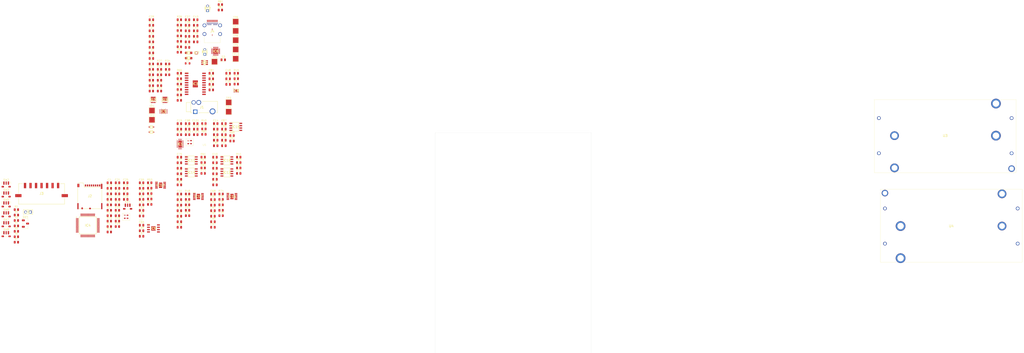
<source format=kicad_pcb>
(kicad_pcb (version 20241229) (generator "pcbnew") (generator_version "9.0")
  (layers (0 "F.Cu" signal) (2 "B.Cu" signal) (13 "F.Paste" user) (15 "B.Paste" user) (5 "F.SilkS" user "F.Silkscreen") (7 "B.SilkS" user "B.Silkscreen") (1 "F.Mask" user) (3 "B.Mask" user) (25 "Edge.Cuts" user))
  (net 0 "")
  (net 1 "GND")
  (net 2 "Net-(IC4-VCAP_1)")
  (net 3 "+5V")
  (net 4 "Net-(C10-Pad2)")
  (net 5 "Net-(C14-Pad2)")
  (net 6 "+3.3VD")
  (net 7 "Net-(IC4-VCAP_2)")
  (net 8 "+3.3VA")
  (net 9 "Net-(C22-Pad2)")
  (net 10 "Net-(C23-Pad2)")
  (net 11 "Net-(C24-Pad2)")
  (net 12 "Net-(C25-Pad2)")
  (net 13 "Net-(IC4-NRST)")
  (net 14 "Net-(IC5-VC2)")
  (net 15 "Net-(IC5-VC1)")
  (net 16 "Net-(IC5-PBI)")
  (net 17 "Net-(Q2-S_1)")
  (net 18 "Net-(C32-Pad1)")
  (net 19 "/POWER/BATTERY/PACK+")
  (net 20 "Net-(C34-Pad2)")
  (net 21 "Net-(IC5-SRP)")
  (net 22 "Net-(IC5-SEN)")
  (net 23 "/POWER/CHARGING/VSYS")
  (net 24 "Net-(IC6-BTST)")
  (net 25 "Net-(IC6-SW_1)")
  (net 26 "Net-(IC6-PMID_1)")
  (net 27 "Net-(IC6-VBUS)")
  (net 28 "+3.3V")
  (net 29 "Net-(IC8-CPOUT)")
  (net 30 "Net-(IC8-C1+)")
  (net 31 "Net-(IC8-C1-)")
  (net 32 "Net-(IC17-SET)")
  (net 33 "Net-(IC17-OUTS)")
  (net 34 "Net-(IC17-PGFB)")
  (net 35 "Net-(IC12-OUTS)")
  (net 36 "Net-(IC12-SET)")
  (net 37 "Net-(IC12-PGFB)")
  (net 38 "Net-(IC9-SS)")
  (net 39 "+3.3VDAC")
  (net 40 "Net-(IC13A--INA)")
  (net 41 "-5V")
  (net 42 "Net-(C71-Pad2)")
  (net 43 "/AUDIO/TIAL/INA")
  (net 44 "Net-(IC10A-OUTA)")
  (net 45 "/AUDIO/TIAL/INB")
  (net 46 "Net-(IC13B-OUTB)")
  (net 47 "/AUDIO/TIAR/INA")
  (net 48 "Net-(IC11A-OUTA)")
  (net 49 "/AUDIO/TIAR/INB")
  (net 50 "Net-(IC14B-OUTB)")
  (net 51 "Net-(C77-Pad2)")
  (net 52 "Net-(C79-Pad2)")
  (net 53 "/AUDIO/AVCC_FILTER/AVCC_R")
  (net 54 "Net-(C87-Pad2)")
  (net 55 "Net-(IC15B-+INB)")
  (net 56 "/AUDIO/AVCC_FILTER/AVCC_L")
  (net 57 "Net-(IC16-OUTS)")
  (net 58 "Net-(IC16-SET)")
  (net 59 "Net-(IC16-PGFB)")
  (net 60 "Net-(IC1-DVDD)")
  (net 61 "Net-(IC1-VCCA_1)")
  (net 62 "Net-(IC1-VCCA_2)")
  (net 63 "Net-(D3-K)")
  (net 64 "Net-(D3-A)")
  (net 65 "Net-(U3-+)")
  (net 68 "/PROCESSING/SCL")
  (net 69 "/PROCESSING/SDA")
  (net 70 "/AUDIO/I2S_CLK")
  (net 72 "/AUDIO/DAC_GPIO1")
  (net 73 "/AUDIO/I2S_WS")
  (net 74 "/AUDIO/DAC_GPIO2")
  (net 75 "/AUDIO/I2S_SD")
  (net 77 "Net-(IC1-XI)")
  (net 78 "/AUDIO/RESETB")
  (net 81 "/POWER/CHARGING/CC1")
  (net 83 "/POWER/CHARGING/DATA_N")
  (net 84 "/POWER/CHARGING/DATA_P")
  (net 85 "/POWER/CHARGING/CC2")
  (net 86 "/AUDIO/AMP_OUT/LIN+")
  (net 87 "/AUDIO/AMP_OUT/RIN-")
  (net 88 "Net-(IC3A-LOUT)")
  (net 89 "/AUDIO/AMP_OUT/LIN-")
  (net 90 "Net-(IC3B-ROUT)")
  (net 91 "/AUDIO/AMP_OUT/RIN+")
  (net 93 "/POWER/INTn2")
  (net 95 "Net-(IC4-PB2)")
  (net 96 "/PROCESSING/RIGHTINPUT")
  (net 101 "/PROCESSING/DAT3")
  (net 103 "/PROCESSING/DAT0")
  (net 108 "/PROCESSING/SWCLK")
  (net 111 "/PROCESSING/DOWNINPUT")
  (net 112 "/PROCESSING/CMD")
  (net 117 "Net-(IC4-BOOT0)")
  (net 120 "/POWER/INTn1")
  (net 121 "/AUDIO/PLUG_DETECT")
  (net 123 "/PROCESSING/UPINPUT")
  (net 126 "Net-(IC4-PH0)")
  (net 128 "/PROCESSING/SD_CLK")
  (net 130 "/PROCESSING/LEFTINPUT")
  (net 134 "/PROCESSING/DAT2")
  (net 135 "/PROCESSING/SWDIO")
  (net 137 "/PROCESSING/DAT1")
  (net 138 "Net-(IC5-DSG)")
  (net 139 "Net-(IC5-TS1)")
  (net 140 "Net-(IC5-SCL)")
  (net 141 "Net-(IC5-SDA)")
  (net 142 "Net-(IC5-CHG)")
  (net 143 "Net-(IC6-ILIM)")
  (net 144 "Net-(IC6-TS)")
  (net 146 "Net-(IC6-~{CE})")
  (net 147 "Net-(IC6-~{PG})")
  (net 148 "Net-(IC7-VBUS_DET)")
  (net 150 "Net-(IC7-PORT)")
  (net 151 "Net-(IC8-VFB)")
  (net 152 "Net-(IC8-EN)")
  (net 153 "Net-(IC12-PG)")
  (net 154 "Net-(IC12-ILIM)")
  (net 155 "Net-(IC16-ILIM)")
  (net 156 "Net-(IC16-PG)")
  (net 157 "Net-(IC17-ILIM)")
  (net 158 "Net-(IC17-PG)")
  (net 159 "Net-(J1-TIP)")
  (net 160 "Net-(J1-RING)")
  (net 162 "/PROCESSING/DETECT_SWITCH")
  (net 163 "/PROCESSING/PERIPHERALS/RES")
  (net 181 "Net-(Q2-D_4)")
  (net 182 "Net-(Q2-D_1)")
  (net 183 "Net-(Q2-G)")
  (net 184 "Net-(Q2-D_5)")
  (net 185 "Net-(Q2-D_2)")
  (net 186 "Net-(Q2-D_3)")
  (net 187 "Net-(Q3-G)")
  (net 188 "/PROCESSING/PERIPHERALS/VOLUMEUP")
  (net 189 "/PROCESSING/PERIPHERALS/VOLUMEDOWN")
  (net 190 "Net-(SW4-C)")
  (net 191 "Net-(U2-OE)")
  (net 192 "Net-(U3--)")
  (net 193 "Net-(Z1-K)")
  (net 194 "Net-(Z2-K)")
  (net 195 "Net-(U5-OE)")
  (net 196 "/PROCESSING/PERIPHERALS/POWERSWITCH")
  (net 197 "/POWER/CHARGING/REGN")
  (footprint "Resistor_SMD:R_0805_2012Metric" (layer "F.Cu") (at -64.3925 14.48)
    (property "Reference" "R25")
    (property "Value" "10M")
  )
  (footprint "Capacitor_SMD:C_0805_2012Metric" (layer "F.Cu") (at -30.8825 76.49)
    (property "Reference" "C92")
    (property "Value" "1uF")
  )
  (footprint "Resistor_SMD:R_0805_2012Metric" (layer "F.Cu") (at -59.9825 17.43)
    (property "Reference" "R33")
    (property "Value" "100")
  )
  (footprint "Capacitor_SMD:C_0805_2012Metric" (layer "F.Cu") (at -30.8825 91.54)
    (property "Reference" "C97")
    (property "Value" "4.7uF")
  )
  (footprint "Capacitor_SMD:C_0805_2012Metric" (layer "F.Cu") (at -82.8125 73.37)
    (property "Reference" "C23")
    (property "Value" "100nF")
  )
  (footprint "Capacitor_SMD:C_0805_2012Metric" (layer "F.Cu") (at -64.3725 -6.32)
    (property "Reference" "C34")
    (property "Value" "0.1uF")
  )
  (footprint "Resistor_SMD:R_0805_2012Metric" (layer "F.Cu") (at -44.7125 82.3)
    (property "Reference" "R51")
    (property "Value" "200k")
  )
  (footprint "Resistor_SMD:R_0805_2012Metric" (layer "F.Cu") (at -35.8125 35.11)
    (property "Reference" "R40")
    (property "Value" "10k")
  )
  (footprint "Capacitor_SMD:C_0805_2012Metric" (layer "F.Cu") (at -49.1425 41.16)
    (property "Reference" "C69")
    (property "Value" "10uF")
  )
  (footprint "Capacitor_SMD:C_0805_2012Metric" (layer "F.Cu") (at -87.2625 70.36)
    (property "Reference" "C18")
    (property "Value" "2.2uF")
  )
  (footprint "Resistor_SMD:R_0805_2012Metric" (layer "F.Cu") (at -49.1625 19.54)
    (property "Reference" "R70")
    (property "Value" "39.2")
  )
  (footprint "OPA1612AID:SOIC127P600X175-8N" (layer "F.Cu") (at -23.3075 55.19)
    (property "Reference" "IC10")
    (property "Value" "OPA1612AID" (hide yes))
  )
  (footprint "Resistor_SMD:R_0805_2012Metric" (layer "F.Cu") (at -20.5025 44.61)
    (property "Reference" "R64")
    (property "Value" "22")
  )
  (footprint "Resistor_SMD:R_0805_2012Metric" (layer "F.Cu") (at -87.2825 82.31)
    (property "Reference" "R14")
    (property "Value" "10k")
  )
  (footprint "Capacitor_SMD:C_0805_2012Metric" (layer "F.Cu") (at -24.9325 47.18)
    (property "Reference" "C91")
    (property "Value" "10uF")
  )
  (footprint "Resistor_SMD:R_0805_2012Metric" (layer "F.Cu") (at -64.3925 11.53)
    (property "Reference" "R24")
    (property "Value" "5.1k")
  )
  (footprint "Capacitor_SMD:C_0805_2012Metric" (layer "F.Cu") (at -64.3725 -12.34)
    (property "Reference" "C32")
    (property "Value" "1uF")
  )
  (footprint "BAW:DLF0004A" (layer "F.Cu") (at -78.1175 85.835)
    (property "Reference" "U2")
    (property "Value" "LMK6CE")
  )
  (footprint "Button_Switch_SMD:SW_Push_1P1T-MP_NO_Horizontal_Alps_SKRTLAE010" (layer "F.Cu") (at -143.4025 84.62)
    (property "Reference" "SW6")
    (property "Value" "SW_Push")
  )
  (footprint "Resistor_SMD:R_0805_2012Metric" (layer "F.Cu") (at -49.1625 7.74)
    (property "Reference" "R66")
    (property "Value" "1k")
  )
  (footprint "Resistor_SMD:R_0805_2012Metric" (layer "F.Cu") (at -64.3925 5.63)
    (property "Reference" "R22")
    (property "Value" "4.99")
  )
  (footprint "Resistor_SMD:R_0805_2012Metric" (layer "F.Cu") (at -82.8725 88.21)
    (property "Reference" "R28")
    (property "Value" "4.7k")
  )
  (footprint "Capacitor_SMD:C_0805_2012Metric" (layer "F.Cu") (at -24.9325 38.15)
    (property "Reference" "C88")
    (property "Value" "1uF")
  )
  (footprint "Capacitor_SMD:C_0805_2012Metric" (layer "F.Cu") (at -49.1425 62.45)
    (property "Reference" "C78")
    (property "Value" "1uF")
  )
  (footprint "CSD16327Q3:CSD16327Q3" (layer "F.Cu") (at -63.3975 22.205)
    (property "Reference" "Q2")
    (property "Value" "CSD16327Q3" (hide yes))
  )
  (footprint "Capacitor_SMD:C_0805_2012Metric" (layer "F.Cu") (at -29.3825 38.15)
    (property "Reference" "C17")
    (property "Value" "1uF")
  )
  (footprint "Resistor_SMD:R_0805_2012Metric" (layer "F.Cu") (at -26.4525 76.4)
    (property "Reference" "R75")
    (property "Value" "249")
  )
  (footprint "Capacitor_SMD:C_0805_2012Metric" (layer "F.Cu") (at -49.1425 65.46)
    (property "Reference" "C79")
    (property "Value" "1uF")
  )
  (footprint "Capacitor_SMD:C_0805_2012Metric" (layer "F.Cu") (at -87.2625 73.37)
    (property "Reference" "C19")
    (property "Value" "100nF")
  )
  (footprint "Resistor_SMD:R_0805_2012Metric" (layer "F.Cu") (at -26.845 -29.623)
    (property "Reference" "R81")
    (property "Value" "5.23k")
  )
  (footprint "TestPoint:TestPoint_Pad_3.0x3.0mm" (layer "F.Cu") (at -18.5325 -15.3)
    (property "Reference" "TP7")
    (property "Value" "VC2")
  )
  (footprint "Capacitor_SMD:C_0805_2012Metric" (layer "F.Cu") (at -78.3625 70.36)
    (property "Reference" "C26")
    (property "Value" "1uF")
  )
  (footprint "Capacitor_SMD:C_0805_2012Metric" (layer "F.Cu") (at -22.6325 13.79)
    (property "Reference" "C50")
    (property "Value" "4.7uF")
  )
  (footprint "TPD4E1U06DBVR:SOT95P280X145-6N" (layer "F.Cu") (at -35.4325 1.965)
    (property "Reference" "IC2")
    (property "Value" "TPD4E1U06DBVR" (hide yes))
  )
  (footprint "Capacitor_SMD:C_0805_2012Metric" (layer "F.Cu") (at -69.7325 79.39)
    (property "Reference" "C62")
    (property "Value" "4.7uF")
  )
  (footprint "LT3045EMSE#PBF:SOP65P490X110-13N" (layer "F.Cu") (at -59.3975 68.69)
    (property "Reference" "IC12")
    (property "Value" "LT3045EMSE#PBF" (hide yes))
  )
  (footprint "Capacitor_SMD:C_0805_2012Metric" (layer "F.Cu") (at -40.2825 -12.34)
    (property "Reference" "C46")
    (property "Value" "10uF")
  )
  (footprint "Resistor_SMD:R_0805_2012Metric" (layer "F.Cu") (at -26.4525 73.45)
    (property "Reference" "R74")
    (property "Value" "200k")
  )
  (footprint "Capacitor_SMD:C_0805_2012Metric" (layer "F.Cu") (at -49.1425 88.53)
    (property "Reference" "C57")
    (property "Value" "4.7uF")
  )
  (footprint "Capacitor_SMD:C_0805_2012Metric" (layer "F.Cu") (at -24.9325 35.14)
    (property "Reference" "C87")
    (property "Value" "1uF")
  )
  (footprint "Capacitor_SMD:C_0805_2012Metric" (layer "F.Cu") (at -69.7325 85.41)
    (property "Reference" "C64")
    (property "Value" "4.7uF")
  )
  (footprint "ADPL42002ARDZ-3.3-R7:SOIC127P600X175-9N" (layer "F.Cu") (at -63.2575 92.19)
    (property "Reference" "IC9")
    (property "Value" "ADPL42002ARDZ-3.3-R7" (hide yes))
  )
  (footprint "TestPoint:TestPoint_Pad_3.0x3.0mm" (layer "F.Cu") (at -22.3325 23.61)
    (property "Reference" "TP3")
    (property "Value" "VC2")
  )
  (footprint "Capacitor_SMD:C_0805_2012Metric" (layer "F.Cu") (at -49.1425 38.15)
    (property "Reference" "C16")
    (property "Value" "10uF")
  )
  (footprint "MM3Z5V6C:SODFL2513X100N" (layer "F.Cu") (at -64.3625 39.805)
    (property "Reference" "Z2")
    (property "Value" "MM3Z5V6C" (hide yes))
  )
  (footprint "Resistor_SMD:R_0805_2012Metric" (layer "F.Cu") (at -20.5025 41.66)
    (property "Reference" "R60")
    (property "Value" "22")
  )
  (footprint "1049P:1049" (layer "F.Cu") (at 367.6 41.9415)
    (property "Reference" "U3")
    (property "Value" "1043" (hide yes))
  )
  (footprint "Capacitor_SMD:C_0805_2012Metric" (layer "F.Cu") (at -49.1425 59.44)
    (property "Reference" "C77")
    (property "Value" "1uF")
  )
  (footprint "Resistor_SMD:R_0805_2012Metric" (layer "F.Cu") (at -36.2125 53.39)
    (property "Reference" "R61")
    (property "Value" "1k")
  )
  (footprint "Capacitor_SMD:C_0805_2012Metric" (layer "F.Cu") (at -44.7325 -21.37)
    (property "Reference" "C37")
    (property "Value" "10uF")
  )
  (footprint "PTVS13VS1UR:SOD123W" (layer "F.Cu") (at -44.1045 -0.465)
    (property "Reference" "D2")
    (property "Value" "PTVS13VS1UR,115" (hide yes))
  )
  (footprint "Capacitor_SMD:C_0805_2012Metric" (layer "F.Cu") (at -78.3625 73.37)
    (property "Reference" "C27")
    (property "Value" "100nF")
  )
  (footprint "Resistor_SMD:R_0805_2012Metric" (layer "F.Cu") (at -16.8525 56.34)
    (property "Reference" "R58")
    (property "Value" "1k")
  )
  (footprint "Capacitor_SMD:C_0805_2012Metric" (layer "F.Cu") (at -64.3725 -0.3)
    (property "Reference" "C36")
    (property "Value" "0.1uF")
  )
  (footprint "Capacitor_SMD:C_0805_2012Metric" (layer "F.Cu") (at -30.8825 82.51)
    (property "Reference" "C94")
    (property "Value" "1uF")
  )
  (footprint "Resistor_SMD:R_0805_2012Metric" (layer "F.Cu") (at -65.3025 76.17)
    (property "Reference" "R56")
    (property "Value" "453k")
  )
  (footprint "Capacitor_SMD:C_0805_2012Metric" (layer "F.Cu") (at -69.7325 73.37)
    (property "Reference" "C60")
    (property "Value" "1uF")
  )
  (footprint "Resistor_SMD:R_0805_2012Metric" (layer "F.Cu") (at -36.2125 62.24)
    (property "Reference" "R73")
    (property "Value" "1k")
  )
  (footprint "Capacitor_SMD:C_0805_2012Metric" (layer "F.Cu") (at -29.3825 47.18)
    (property "Reference" "C86")
    (property "Value" "10uF")
  )
  (footprint "1049P:1049" (layer "F.Cu") (at 370.9 90.6585 180)
    (property "Reference" "U4")
    (property "Value" "1043" (hide yes))
  )
  (footprint "Resistor_SMD:R_0805_2012Metric" (layer "F.Cu") (at -87.2825 85.26)
    (property "Reference" "R15")
    (property "Value" "10k")
  )
  (footprint "Capacitor_SMD:C_0805_2012Metric" (layer "F.Cu") (at -29.7825 62.45)
    (property "Reference" "C72")
    (property "Value" "1uF")
  )
  (footprint "Button_Switch_SMD:SW_Push_1P1T-MP_NO_Horizontal_Alps_SKRTLAE010" (layer "F.Cu") (at -143.4025 90.02)
    (property "Reference" "SW7")
    (property "Value" "SW_Push")
  )
  (footprint "Resistor_SMD:R_0805_2012Metric" (layer "F.Cu") (at -49.1625 -3.7)
    (property "Reference" "R62")
    (property "Value" "10k")
  )
  (footprint "BQ25883RGER:QFN50P400X400X100-25N-D" (layer "F.Cu") (at -29.4075 -4.235)
    (property "Reference" "IC6")
    (property "Value" "BQ25883RGER" (hide yes))
  )
  (footprint "Capacitor_SMD:C_0805_2012Metric" (layer "F.Cu") (at -87.2625 67.35)
    (property "Reference" "C1")
    (property "Value" "2.2uF")
  )
  (footprint "Capacitor_SMD:C_0805_2012Metric" (layer "F.Cu") (at -29.3825 35.14)
    (property "Reference" "C14")
    (property "Value" "1uF")
  )
  (footprint "Resistor_SMD:R_0805_2012Metric" (layer "F.Cu") (at -87.2825 91.16)
    (property "Reference" "R17")
    (property "Value" "10k")
  )
  (footprint "Resistor_SMD:R_0805_2012Metric" (layer "F.Cu") (at -87.2825 88.21)
    (property "Reference" "R16")
    (property "Value" "10k")
  )
  (footprint "Capacitor_SMD:C_0805_2012Metric" (layer "F.Cu") (at -49.1425 82.51)
    (property "Reference" "C54")
    (property "Value" "1uF")
  )
  (footprint "Capacitor_SMD:C_0805_2012Metric" (layer "F.Cu") (at -40.2425 41.16)
    (property "Reference" "C103")
    (property "Value" "10uF")
  )
  (footprint "TPA6120A2DWPR:SOIC127P1040X275-21N" (layer "F.Cu") (at -40.4825 13.515)
    (property "Reference" "IC3")
    (property "Value" "TPA6120A2DWPR" (hide yes))
  )
  (footprint "Resistor_SMD:R_0805_2012Metric" (layer "F.Cu") (at -55.5725 8.58)
    (property "Reference" "TH1")
    (property "Value" "10k")
  )
  (footprint "Capacitor_SMD:C_0805_2012Metric" (layer "F.Cu") (at -44.6925 35.14)
    (property "Reference" "C98")
    (property "Value" "4.7uF")
  )
  (footprint "Resistor_SMD:R_0805_2012Metric" (layer "F.Cu") (at -18.2025 7.74)
    (property "Reference" "R45")
    (property "Value" "10k")
  )
  (footprint "Resistor_SMD:R_0805_2012Metric" (layer "F.Cu") (at -87.2825 94.11)
    (property "Reference" "R18")
    (property "Value" "10k")
  )
  (footprint "Resistor_SMD:R_0805_2012Metric" (layer "F.Cu") (at -64.3925 8.58)
    (property "Reference" "R23")
    (property "Value" "100")
  )
  (footprint "Capacitor_SMD:C_0805_2012Metric" (layer "F.Cu") (at -29.7825 59.44)
    (property "Reference" "C71")
    (property "Value" "1uF")
  )
  (footprint "Capacitor_SMD:C_0805_2012Metric" (layer "F.Cu") (at -30.8825 88.53)
    (property "Reference" "C96")
    (property "Value" "22uF")
  )
  (footprint "Resistor_SMD:R_0805_2012Metric" (layer "F.Cu") (at -44.7125 73.45)
    (property "Reference" "R48")
    (property "Value" "52.3k")
  )
  (footprint "Resistor_SMD:R_0805_2012Metric" (layer "F.Cu") (at -49.1625 -9.6)
    (property "Reference" "R43")
    (property "Value" "10k")
  )
  (footprint "Capacitor_SMD:C_0805_2012Metric" (layer "F.Cu") (at -78.3625 76.38)
    (property "Reference" "C28")
    (property "Value" "100nF")
  )
  (footprint "Capacitor_SMD:C_0805_2012Metric" (layer "F.Cu") (at -40.2825 -9.33)
    (property "Reference" "C47")
    (property "Value" "1uF")
  )
  (footprint "Resistor_SMD:R_0805_2012Metric" (layer "F.Cu") (at -49.1625 -18.45)
    (property "Reference" "R37")
    (property "Value" "392")
  )
  (footprint "Capacitor_SMD:C_0805_2012Metric" (layer "F.Cu") (at -44.7325 -18.36)
    (property "Reference" "C38")
    (property "Value" "0.01uF")
  )
  (footprint "Resistor_SMD:R_0805_2012Metric" (layer "F.Cu") (at -18.2025 10.69)
    (property "Reference" "R46")
    (property "Value" "301k")
  )
  (footprint "Capacitor_SMD:C_0805_2012Metric" (layer "F.Cu") (at -30.8825 79.5)
    (property "Reference" "C93")
    (property "Value" "1uF")
  )
  (footprint "Resistor_SMD:R_0805_2012Metric" (layer "F.Cu") (at -49.1625 -6.65)
    (property "Reference" "R44")
    (property "Value" "10k")
  )
  (footprint "Capacitor_SMD:C_0805_2012Metric" (layer "F.Cu") (at -40.2425 38.15)
    (property "Reference" "C102")
    (property "Value" "10uF")
  )
  (footprint "Capacitor_SMD:C_0805_2012Metric" (layer "F.Cu") (at -40.2825 -18.36)
    (property "Reference" "C44")
    (property "Value" "0.01uF")
  )
  (footprint "Capacitor_SMD:C_0805_2012Metric" (layer "F.Cu") (at -29.3825 44.17)
    (property "Reference" "C85")
    (property "Value" "10uF")
  )
  (footprint "Resistor_SMD:R_0805_2012Metric" (layer "F.Cu") (at -59.9825 5.63)
    (property "Reference" "R29")
    (property "Value" "100")
  )
  (footprint "Resistor_SMD:R_0805_2012Metric" (layer "F.Cu") (at -137.8425 81.96)
    (property "Reference" "R1")
    (property "Value" "10k")
  )
  (footprint "Resistor_SMD:R_0805_2012Metric" (layer "F.Cu") (at -49.1625 10.69)
    (property "Reference" "R67")
    (property "Value" "1k")
  )
  (footprint "Capacitor_SMD:C_0805_2012Metric" (layer "F.Cu") (at -29.7825 53.42)
    (property "Reference" "C10")
    (property "Value" "1uF")
  )
  (footprint "Resistor_SMD:R_0805_2012Metric" (layer "F.Cu") (at -44.7125 79.35)
    (property "Reference" "R50")
    (property "Value" "49.9k")
  )
  (footprint "OPA1612AID:SOIC127P600X175-8N" (layer "F.Cu") (at -42.6675 61.74)
    (property "Reference" "IC14")
    (property "Value" "OPA1612AID" (hide yes))
  )
  (footprint "Resistor_SMD:R_0805_2012Metric" (layer "F.Cu") (at -59.9825 2.68)
    (property "Reference" "R27")
    (property "Value" "10M")
  )
  (footprint "Capacitor_SMD:C_0805_2012Metric" (layer "F.Cu") (at -69.7325 93.43)
    (property "Reference" "C66")
    (property "Value" "2.2uF")
  )
  (footprint "TUSB320LAIRWBR:RWB0012A" (layer "F.Cu") (at -39.87417 -3.315)
    (property "Reference" "IC7")
    (property "Value" "TUSB320LAIRWBR" (hide yes))
  )
  (footprint "Capacitor_SMD:C_0805_2012Metric" (layer "F.Cu") (at -82.8125 67.35)
    (property "Reference" "C21")
    (property "Value" "1uF")
  )
  (footprint "Resistor_SMD:R_0805_2012Metric" (layer "F.Cu") (at -44.7125 76.4)
    (property "Reference" "R49")
    (property "Value" "750k")
  )
  (footprint "Capacitor_SMD:C_0805_2012Metric" (layer "F.Cu") (at -29.7825 68.47)
    (property "Reference" "C74")
    (property "Value" "2.7nF")
  )
  (footprint "TestPoint:TestPoint_Pad_3.0x3.0mm" (layer "F.Cu") (at -18.5325 -0.15)
    (property "Reference" "TP10")
    (property "Value" "VC2")
  )
  (footprint "Capacitor_SMD:C_0805_2012Metric" (layer "F.Cu") (at -49.1425 56.43)
    (property "Reference" "C76")
    (property "Value" "2.7nF")
  )
  (footprint "Capacitor_SMD:C_0805_2012Metric" (layer "F.Cu") (at -49.1425 35.14)
    (property "Reference" "C15")
    (property "Value" "10uF")
  )
  (footprint "TestPoint:TestPoint_Pad_3.0x3.0mm" (layer "F.Cu") (at -64.0725 33.08)
    (property "Reference" "TP2")
    (property "Value" "VC1")
  )
  (footprint "Capacitor_SMD:C_0805_2012Metric" (layer "F.Cu") (at -49.1425 53.42)
    (property "Reference" "C75")
    (property "Value" "2.7nF")
  )
  (footprint "Resistor_SMD:R_0805_2012Metric" (layer "F.Cu") (at -65.3025 70.27)
    (property "Reference" "R54")
    (property "Value" "249")
  )
  (footprint "Capacitor_SMD:C_0805_2012Metric" (layer "F.Cu") (at -24.9325 41.16)
    (property "Reference" "C89")
    (property "Value" "10uF")
  )
  (footprint "Capacitor_SMD:C_0805_2012Metric" (layer "F.Cu") (at -69.7325 76.38)
    (property "Reference" "C61")
    (property "Value" "1uF")
  )
  (footprint "Resistor_SMD:R_0805_2012Metric" (layer "F.Cu") (at -35.8125 41.01)
    (property "Reference" "R80")
    (property "Value" "4.7")
  )
  (footprint "Capacitor_SMD:C_0805_2012Metric" (layer "F.Cu") (at -49.1425 79.5)
    (property "Reference" "C53")
    (property "Value" "1uF")
  )
  (footprint "Capacitor_SMD:C_0805_2012Metric" (layer "F.Cu") (at -82.8125 70.36)
    (property "Reference" "C22")
    (property "Value" "100nF")
  )
  (footprint "Resistor_SMD:R_0805_2012Metric" (layer "F.Cu") (at -137.8425 99.66)
    (property "Reference" "R7")
    (property "Value" "10k")
  )
  (footprint "Resistor_SMD:R_0805_2012Metric" (layer "F.Cu") (at -36.2125 59.29)
    (property "Reference" "R65")
    (property "Value" "1k")
  )
  (footprint "TestPoint:TestPoint_Pad_3.0x3.0mm" (layer "F.Cu") (at -22.3325 28.66)
    (property "Reference" "TP4")
    (property "Value" "VC2")
  )
  (footprint "103AT-2:103AT2" (layer "F.Cu") (at -33.8 -26.3)
    (property "Reference" "RT2")
    (property "Value" "10K" (hide yes))
  )
  (footprint "Capacitor_SMD:C_0805_2012Metric" (layer "F.Cu") (at -64.3725 -18.36)
    (property "Reference" "C30")
    (property "Value" "0.1uF")
  )
  (footprint "Capacitor_SMD:C_0805_2012Metric" (layer "F.Cu") (at -22.6325 10.78)
    (property "Reference" "C49")
    (property "Value" "4.7uF")
  )
  (footprint "Resistor_SMD:R_0805_2012Metric" (layer "F.Cu") (at -44.7125 85.25)
    (property "Reference" "R52")
    (property "Value" "249")
  )
  (footprint "Resistor_SMD:R_0805_2012Metric" (layer "F.Cu") (at -49.1625 -15.5)
    (property "Reference" "R38")
    (property "Value" "10k")
  )
  (footprint "Resistor_SMD:R_0805_2012Metric" (layer "F.Cu") (at -16.8525 59.29)
    (property "Reference" "R59")
    (property "Value" "1k")
  )
  (footprint "SJ3-35083C-TR:SJ335083CTR" (layer "F.Cu") (at -40.5075 28.695)
    (property "Reference" "J1")
    (property "Value" "SJ3-35083C-TR" (hide yes))
  )
  (footprint "Capacitor_SMD:C_0805_2012Metric" (layer "F.Cu") (at -64.3725 -9.33)
    (property "Reference" "C33")
    (property "Value" "1uF")
  )
  (footprint "Capacitor_SMD:C_0805_2012Metric" (layer "F.Cu") (at -40.2425 35.14)
    (property "Reference" "C101")
    (property "Value" "10uF")
  )
  (footprint "Capacitor_SMD:C_0805_2012Metric" (layer "F.Cu") (at -29.3825 41.16)
    (property "Reference" "C70")
    (property "Value" "47uF")
  )
  (footprint "Button_Switch_SMD:SW_Push_1P1T-MP_NO_Horizontal_Alps_SKRTLAE010" (layer "F.Cu") (at -143.4025 73.82)
    (property "Reference" "SW3")
    (property "Value" "SW_Push")
  )
  (footprint "CSD16327Q3:CSD16327Q3" (layer "F.Cu") (at -56.9975 22.205)
    (property "Reference" "Q3")
    (property "Value" "CSD16327Q3" (hide yes))
  )
  (footprint "Capacitor_SMD:C_0805_2012Metric" (layer "F.Cu") (at -29.7825 56.43)
    (property "Reference" "C11")
    (property "Value" "1uF")
  )
  (footprint "Capacitor_SMD:C_0805_2012Metric" (layer "F.Cu") (at -69.7325 90.42)
    (property "Reference" "C65")
    (property "Value" "2.2uF")
  )
  (footprint "Capacitor_SMD:C_0805_2012Metric" (layer "F.Cu") (at -22.6325 7.77)
    (property "Reference" "C48")
    (property "Value" "4.7uF")
  )
  (footprint "Capacitor_SMD:C_0805_2012Metric" (layer "F.Cu") (at -49.1425 68.47)
    (property "Reference" "C80")
    (property "Value" "1uF")
  )
  (footprint "Resistor_SMD:R_0805_2012Metric" (layer "F.Cu") (at -49.1625 16.59)
    (property "Reference" "R69")
    (property "Value" "1k")
  )
  (footprint "Resistor_SMD:R_0805_2012Metric" (layer "F.Cu") (at -55.5725 2.68)
    (property "Reference" "R34")
    (property "Value" "100")
  )
  (footprint "ES9038Q2M:QFN40P300X500X80-31N-D" (layer "F.Cu") (at -48.7425 46.29)
    (property "Reference" "IC1")
    (property "Value" "ES9038Q2M" (hide yes))
  )
  (footprint "LED_SMD:LED_0805_2012Metric" (layer "F.Cu") (at -25.2625 0.435)
    (property "Reference" "D3")
    (property "Value" "LED")
  )
  (footprint "Capacitor_SMD:C_0805_2012Metric" (layer "F.Cu") (at -44.7325 -15.35)
    (property "Reference" "C39")
    (property "Value" "10uF")
  )
  (footprint "Resistor_SMD:R_0805_2012Metric" (layer "F.Cu") (at -16.8525 53.39)
    (property "Reference" "R41")
    (property "Value" "1k")
  )
  (footprint "Resistor_SMD:R_0805_2012Metric" (layer "F.Cu") (at -64.3925 17.43)
    (property "Reference" "R26")
    (property "Value" "5.1k")
  )
  (footprint "Resistor_SMD:R_0805_2012Metric" (layer "F.Cu") (at -65.3025 79.12)
    (property "Reference" "R57")
    (property "Value" "49.9k")
  )
  (footprint "Capacitor_SMD:C_0805_2012Metric" (layer "F.Cu") (at -31.7825 10.78)
    (property "Reference" "C82")
    (property "Value" "1uF")
  )
  (footprint "Button_Switch_SMD:SW_Push_1P1T-MP_NO_Horizontal_Alps_SKRTLAE010" (layer "F.Cu") (at -143.4025 79.22)
    (property "Reference" "SW5")
    (property "Value" "SW_Push")
  )
  (footprint "OPA1612AID:SOIC127P600X175-8N" (layer "F.Cu") (at -42.6675 55.19)
    (property "Reference" "IC11")
    (property "Value" "OPA1612AID" (hide yes))
  )
  (footprint "MM3Z5V6C:SODFL2513X100N" (layer "F.Cu") (at -64.3625 37.005)
    (property "Reference" "Z1")
    (property "Value" "MM3Z5V6C" (hide yes))
  )
  (footprint "TestPoint:TestPoint_Pad_3.0x3.0mm" (layer "F.Cu") (at -30.0325 1.44)
    (property "Reference" "TP5")
    (property "Value" "VC2")
  )
  (footprint "Resistor_SMD:R_0805_2012Metric" (layer "F.Cu") (at -49.1625 -21.4)
    (property "Reference" "R36")
    (property "Value" "NEED TO CALC FOR LED")
  )
  (footprint "Button_Switch_SMD:SW_Push_1P1T-MP_NO_Horizontal_Alps_SKRTLAE010" (layer "F.Cu") (at -143.4025 68.42)
    (property "Reference" "SW2")
    (property "Value" "SW_Push")
  )
  (footprint "Resistor_SMD:R_0805_2012Metric" (layer "F.Cu") (at -59.9825 11.53)
    (property "Reference" "R31")
    (property "Value" "100")
  )
  (footprint "OPA1612AID:SOIC127P600X175-8N" (layer "F.Cu") (at -23.3075 61.74)
    (property "Reference" "IC13")
    (property "Value" "OPA1612AID" (hide yes))
  )
  (footprint "Resistor_SMD:R_0805_2012Metric" (layer "F.Cu") (at -82.8725 82.31)
    (property "Reference" "R20")
    (property "Value" "10k")
  )
  (footprint "Fuse:Fuse_0805_2012Metric" (layer "F.Cu") (at -64.3925 2.68)
    (property "Reference" "F1")
    (property "Value" "Fuse")
  )
  (footprint "LM27761DSGT:SON50P200X200X80-9N" (layer "F.Cu") (at -18.2575 17.265)
    (property "Reference" "IC8")
    (property "Value" "LM27761DSGT" (hide yes))
  )
  (footprint "Resistor_SMD:R_0805_2012Metric" (layer "F.Cu") (at -65.3025 73.22)
    (property "Reference" "R55")
    (property "Value" "31.6k")
  )
  (footprint "Capacitor_SMD:C_0805_2012Metric" (layer "F.Cu") (at -31.7825 13.79)
    (property "Reference" "C83")
    (property "Value" "1uF")
  )
  (footprint "503398-1892:5033981892" (layer "F.Cu") (at -104.4175 67.395)
    (property "Reference" "J2")
    (property "Value" "503398-1892" (hide yes))
  )
  (footprint "TestPoint:TestPoint_Pad_3.0x3.0mm" (layer "F.Cu") (at -64.0725 28.03)
    (property "Reference" "TP1")
    (property "Value" "VC2")
  )
  (footprint "Resistor_SMD:R_0805_2012Metric" (layer "F.Cu") (at -49.1625 13.64)
    (property "Reference" "R68")
    (property "Value" "1k")
  )
  (footprint "Capacitor_SMD:C_0805_2012Metric" (layer "F.Cu") (at -78.3625 67.35)
    (property "Reference" "C25")
    (property "Value" "100nF")
  )
  (footprint "Capacitor_SMD:C_0805_2012Metric" (layer "F.Cu") (at -40.2825 -21.37)
    (property "Reference" "C43")
    (property "Value" "10uF")
  )
  (footprint "Resistor_SMD:R_0805_2012Metric" (layer "F.Cu") (at -65.3025 67.32)
    (property "Reference" "R53")
    (property "Value" "200k")
  )
  (footprint "BAW:DLF0004A" (layer "F.Cu") (at -43.5675 45.215)
    (property "Reference" "U5")
    (property "Value" "LMK6CE")
  )
  (footprint "Inductor_SMD:L_0805_2012Metric" (layer "F.Cu") (at -44.6825 2.36)
    (property "Reference" "L1")
    (property "Value" "1uH")
  )
  (footprint "TestPoint:TestPoint_Pad_3.0x3.0mm" (layer "F.Cu") (at -18.5325 -5.2)
    (property "Reference" "TP9")
    (property "Value" "VC2")
  )
  (footprint "Capacitor_SMD:C_0805_2012Metric" (layer "F.Cu") (at -30.8825 73.48)
    (property "Reference" "C68")
    (property "Value" "10uF")
  )
  (footprint "Capacitor_SMD:C_0805_2012Metric" (layer "F.Cu") (at -64.3725 -3.31)
    (property "Reference" "C35")
    (property "Value" "0.1uF")
  )
  (footprint "Capacitor_SMD:C_0805_2012Metric" (layer "F.Cu") (at -31.7825 7.77)
    (property "Reference" "C81")
    (property "Value" "1uF")
  )
  (footprint "Capacitor_SMD:C_0805_2012Metric" (layer "F.Cu") (at -30.8825 85.52)
    (property "Reference" "C95")
    (property "Value" "4.7uF")
  )
  (footprint "Resistor_SMD:R_0805_2012Metric" (layer "F.Cu") (at -137.8425 84.91)
    (property "Reference" "R2")
    (property "Value" "10k")
  )
  (footprint "Capacitor_SMD:C_0805_2012Metric" (layer "F.Cu") (at -87.2625 76.38)
    (property "Reference" "C20")
    (property "Value" "100nF")
  )
  (footprint "Capacitor_SMD:C_0805_2012Metric" (layer "F.Cu") (at -64.3725 -15.35)
    (property "Reference" "C31")
    (property "Value" "2.2uF")
  )
  (footprint "LT3045EMSE#PBF:SOP65P490X110-13N" (layer "F.Cu") (at -20.5475 74.82)
    (property "Reference" "IC16")
    (property "Value" "LT3045EMSE#PBF" (hide yes))
  )
  (footprint "STM32F405RGT6TR:QFP50P1200X1200X160-64N" (layer "F.Cu") (at -98.9975 90.525)
    (property "Reference" "IC4")
    (property "Value" "STM32F405RGT6TR" (hide yes))
  )
  (footprint "Capacitor_SMD:C_0805_2012Metric" (layer "F.Cu") (at -64.3725 -21.37)
    (property "Reference" "C29")
    (property "Value" "1uF")
  )
  (footprint "Capacitor_SMD:C_0805_2012Metric" (layer "F.Cu") (at -69.7325 70.36)
    (property "Reference" "C59")
    (property "Value" "1uF")
  )
  (footprint "Capacitor_SMD:C_0805_2012Metric" (layer "F.Cu") (at -44.7325 -6.32)
    (property "Reference" "C42")
    (property "Value" "0.047uF")
  )
  (footprint "103AT-2:103AT2" (layer "F.Cu") (at -35.3075 -2.587)
    (property "Reference" "RT1")
    (property "Value" "10K" (hide yes))
  )
  (footprint "Resistor_SMD:R_0805_2012Metric" (layer "F.Cu") (at -18.2025 13.64)
    (property "Reference" "R47")
    (property "Value" "100k")
  )
  (footprint "LT3045EMSE#PBF:SOP65P490X110-13N" (layer "F.Cu") (at -38.8075 74.82)
    (property "Reference" "IC17")
    (property "Value" "LT3045EMSE#PBF" (hide yes))
  )
  (footprint "Capacitor_SMD:C_0805_2012Metric" (layer "F.Cu") (at -49.1425 73.48)
    (property "Reference" "C51")
    (property "Value" "10uF")
  )
  (footprint "Resistor_SMD:R_0805_2012Metric" (layer "F.Cu") (at -82.8725 91.16)
    (property "Reference" "R39")
    (property "Value" "4.7k")
  )
  (footprint "Capacitor_SMD:C_0805_2012Metric" (layer "F.Cu") (at -24.9325 44.17)
    (property "Reference" "C90")
    (property "Value" "47uF")
  )
  (footprint "Capacitor_SMD:C_0805_2012Metric" (layer "F.Cu") (at -44.7325 -12.34)
    (property "Reference" "C40")
    (property "Value" "0.01uF")
  )
  (footprint "Button_Switch_SMD:SW_Push_1P1T-MP_NO_Horizontal_Alps_SKRTLAE010" (layer "F.Cu") (at -143.4025 95.42)
    (property "Reference" "SW8")
    (property "Value" "SW_Push")
  )
  (footprint "Capacitor_SMD:C_0805_2012Metric" (layer "F.Cu") (at -82.8125 76.38)
    (property "Reference" "C24")
    (property "Value" "100nF")
  )
  (footprint "Resistor_SMD:R_0805_2012Metric" (layer "F.Cu") (at -55.5725 5.63)
    (property "Reference" "R35")
    (property "Value" "0.001")
  )
  (footprint "Resistor_SMD:R_0805_2012Metric" (layer "F.Cu") (at -137.8425 90.81)
    (property "Reference" "R4")
    (property "Value" "10k")
  )
  (footprint "632723300011:632723300011" (layer "F.Cu") (at -31.2315 -14.83)
    (property "Reference" "J4")
    (property "Value" "632723300011" (hide yes))
  )
  (footprint "Resistor_SMD:R_0805_2012Metric" (layer "F.Cu") (at -82.8725 85.26)
    (property "Reference" "R21")
    (property "Value" "10k")
  )
  (footprint "Resistor_SMD:R_0805_2012Metric" (layer "F.Cu") (at -49.1625 22.49)
    (property "Reference" "R71")
    (property "Value" "39.2")
  )
  (footprint "Capacitor_SMD:C_0805_2012Metric" (layer "F.Cu") (at -69.7325 96.44)
    (property "Reference" "C67")
    (property "Value" "1uF")
  )
  (footprint "TestPoint:TestPoint_Pad_3.0x3.0mm" (layer "F.Cu") (at -18.5325 -20.35)
    (property "Reference" "TP6")
    (property "Value" "VC2")
  )
  (footprint "Resistor_SMD:R_0805_2012Metric" (layer "F.Cu") (at -82.8725 79.36)
    (property "Reference" "R19")
    (property "Value" "10k")
  )
  (footprint "Capacitor_SMD:C_0805_2012Metric" (layer "F.Cu") (at -69.7325 82.4)
    (property "Reference" "C63")
    (property "Value" "22uF")
  )
  (footprint "PTVS13VS1UR:SOD123W" (layer "F.Cu") (at -44.1045 -3.365)
    (property "Reference" "D1")
    (property "Value" "PTVS13VS1UR,115" (hide yes))
  )
  (footprint "Capacitor_SMD:C_0805_2012Metric" (layer "F.Cu") (at -44.6925 38.15)
    (property "Reference" "C99")
    (property "Value" "4.7uF")
  )
  (footprint "Capacitor_SMD:C_0805_2012Metric" (layer "F.Cu") (at -31.7825 16.8)
    (property "Reference" "C84")
    (property "Value" "1uF")
  )
  (footprint "Resistor_SMD:R_0805_2012Metric" (layer "F.Cu") (at -35.8125 38.06)
    (property "Reference" "R79")
    (property "Value" "4.7")
  )
  (footprint "Button_Switch_SMD:Nidec_Copal_CAS-120A" (layer "F.Cu") (at -132.9125 89.54)
    (property "Reference" "SW4")
    (property "Value" "SW_Nidec_CAS-120A1")
  )
  (footprint "Resistor_SMD:R_0805_2012Metric" (layer "F.Cu") (at -26.845 -26.673)
    (property "Reference" "R82")
    (property "Value" "30.1k")
  )
  (footprint "Resistor_SMD:R_0805_2012Metric" (layer "F.Cu") (at -16.8525 62.24)
    (property "Reference" "R72")
    (property "Value" "1k")
  )
  (footprint "Capacitor_SMD:C_0805_2012Metric" (layer "F.Cu") (at -44.7325 -9.33)
    (property "Reference" "C41")
    (property "Value" "4.7uF")
  )
  (footprint "Resistor_SMD:R_0805_2012Metric" (layer "F.Cu") (at -59.9825 14.48)
    (property "Reference" "R32")
    (property "Value" "100")
  )
  (footprint "Capacitor_SMD:C_0805_2012Metric" (layer "F.Cu") (at -49.1425 85.52)
    (property "Reference" "C56")
    (property "Value" "22uF")
  )
  (footprint "Resistor_SMD:R_0805_2012Metric" (layer "F.Cu") (at -49.1625 -12.55)
    (property "Reference" "R42")
    (property "Value" "909k")
  )
  (footprint "Capacitor_SMD:C_0805_2012Metric" (layer "F.Cu") (at -29.7825 65.46)
    (property "Reference" "C73")
    (property "Value" "2.7nF")
  )
  (footprint "HTSW-102-09-G-S:HTSW10209GS" (layer "F.Cu") (at -130.2775 83.28)
    (property "Reference" "J5")
    (property "Value" "HTSW-102-09-G-S" (hide yes))
  )
  (footprint "Resistor_SMD:R_0805_2012Metric" (layer "F.Cu") (at -137.8425 93.76)
    (property "Reference" "R5")
    (property "Value" "10k")
  )
  (footprint "Capacitor_SMD:C_0805_2012Metric" (layer "F.Cu") (at -69.7325 67.35)
    (property "Reference" "C55")
    (property "Value" "10uF")
  )
  (footprint "Capacitor_SMD:C_0805_2012Metric" (layer "F.Cu") (at -49.1425 91.54)
    (property "Reference" "C58")
    (property "Value" "4.7uF")
  )
  (footprint "Capacitor_SMD:C_0805_2012Metric" (layer "F.Cu") (at -44.6925 41.16)
    (property "Reference" "C100")
    (property "Value" "10uF")
  )
  (footprint "TestPoint:TestPoint_Pad_3.0x3.0mm" (layer "F.Cu") (at -18.5325 -10.25)
    (property "Reference" "TP8")
    (property "Value" "VC2")
  )
  (footprint "OPA1612AID:SOIC127P600X175-8N" (layer "F.Cu") (at -18.4575 36.91)
    (property "Reference" "IC15")
    (property "Value" "OPA1612AID" (hide yes))
  )
  (footprint "Resistor_SMD:R_0805_2012Metric" (layer "F.Cu") (at -26.4525 82.3)
    (property "Reference" "R77")
    (property "Value" "453k")
  )
  (footprint "Capacitor_SMD:C_0805_2012Metric" (layer "F.Cu") (at -40.2825 -15.35)
    (property "Reference" "C45")
    (property "Value" "0.01uF")
  )
  (footprint "2-1445057-7:214450577" (layer "F.Cu") (at -124.1475 73.355)
    (property "Reference" "J3")
    (property "Value" "2-1445057-7" (hide yes))
  )
  (footprint "Resistor_SMD:R_0805_2012Metric" (layer "F.Cu") (at -137.8425 96.71)
    (property "Reference" "R6")
    (property "Value" "10k")
  )
  (footprint "Capacitor_SMD:C_0805_2012Metric" (layer "F.Cu") (at -49.1425 76.49)
    (property "Reference" "C52")
    (property "Value" "1uF")
  )
  (footprint "Button_Switch_SMD:SW_Push_1P1T-MP_NO_Horizontal_Alps_SKRTLAE010" (layer "F.Cu") (at -77.3125 80.46)
    (property "Reference" "SW1")
    (property "Value" "SW_Push")
  )
  (footprint "Resistor_SMD:R_0805_2012Metric" (layer "F.Cu") (at -26.4525 79.35)
    (property "Reference" "R76")
    (property "Value" "31.6k")
  )
  (footprint "Resistor_SMD:R_0805_2012Metric" (layer "F.Cu") (at -59.9825 8.58)
    (property "Reference" "R30")
    (property "Value" "100")
  )
  (footprint "Resistor_SMD:R_0805_2012Metric" (layer "F.Cu") (at -87.2825 79.36)
    (property "Reference" "R13")
    (property "Value" "10k")
  )
  (footprint "Resistor_SMD:R_0805_2012Metric" (layer "F.Cu") (at -36.2125 56.34)
    (property "Reference" "R63")
    (property "Value" "1k")
  )
  (footprint "BQ28Z620DRZR:BQ28Z610DRZT" (layer "F.Cu") (at -57.7975 28.505)
    (property "Reference" "IC5")
    (property "Value" "BQ28Z620DRZR" (hide yes))
  )
  (footprint "Resistor_SMD:R_0805_2012Metric" (layer "F.Cu") (at -26.4525 85.25)
    (property "Reference" "R78")
    (property "Value" "49.9k")
  )
  (footprint "Resistor_SMD:R_0805_2012Metric" (layer "F.Cu") (at -137.8425 87.86)
    (property "Reference" "R3")
    (property "Value" "10k")
  )
  (gr_rect (start 90 40) (end 175 160) (stroke (width 0.05)) (fill no) (layer "Edge.Cuts"))
)
</source>
